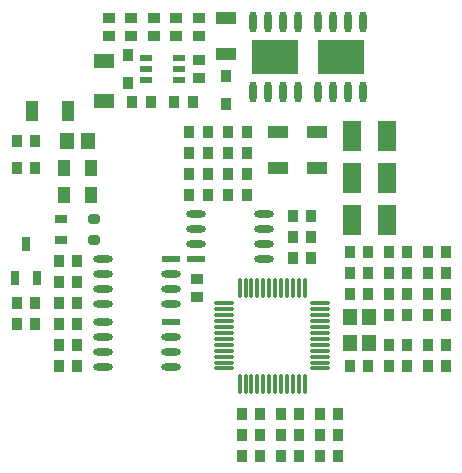
<source format=gbp>
G04*
G04 #@! TF.GenerationSoftware,Altium Limited,Altium Designer,20.0.2 (26)*
G04*
G04 Layer_Color=128*
%FSLAX25Y25*%
%MOIN*%
G70*
G01*
G75*
%ADD25R,0.06000X0.10000*%
%ADD52R,0.02559X0.04528*%
%ADD53O,0.07087X0.01181*%
%ADD54O,0.01181X0.07087*%
%ADD55R,0.07087X0.04449*%
%ADD56R,0.03661X0.03858*%
%ADD57R,0.15748X0.11810*%
%ADD58O,0.02362X0.07079*%
%ADD59R,0.03268X0.03937*%
%ADD60R,0.06500X0.05000*%
%ADD61R,0.03858X0.03661*%
%ADD62R,0.04331X0.02362*%
%ADD63R,0.04000X0.05500*%
%ADD64R,0.04449X0.07087*%
%ADD65O,0.06496X0.02362*%
%ADD66R,0.06496X0.02362*%
%ADD67R,0.03937X0.03150*%
G04:AMPARAMS|DCode=68|XSize=39.37mil|YSize=31.5mil|CornerRadius=0mil|HoleSize=0mil|Usage=FLASHONLY|Rotation=0.000|XOffset=0mil|YOffset=0mil|HoleType=Round|Shape=Octagon|*
%AMOCTAGOND68*
4,1,8,0.01968,-0.00787,0.01968,0.00787,0.01181,0.01575,-0.01181,0.01575,-0.01968,0.00787,-0.01968,-0.00787,-0.01181,-0.01575,0.01181,-0.01575,0.01968,-0.00787,0.0*
%
%ADD68OCTAGOND68*%

%ADD69R,0.04567X0.05787*%
%ADD70R,0.04528X0.05512*%
D25*
X136432Y86924D02*
D03*
X125015D02*
D03*
X136432Y100924D02*
D03*
X125015D02*
D03*
X136432Y114924D02*
D03*
X125015D02*
D03*
D52*
X16224Y79231D02*
D03*
X12483Y67616D02*
D03*
X19964D02*
D03*
D53*
X114169Y59250D02*
D03*
Y57282D02*
D03*
Y55313D02*
D03*
Y53345D02*
D03*
Y51376D02*
D03*
Y49408D02*
D03*
Y47439D02*
D03*
Y45471D02*
D03*
Y43502D02*
D03*
Y41534D02*
D03*
Y39565D02*
D03*
Y37597D02*
D03*
X82279D02*
D03*
Y39565D02*
D03*
Y41534D02*
D03*
Y43502D02*
D03*
Y45471D02*
D03*
Y47439D02*
D03*
Y49408D02*
D03*
Y51376D02*
D03*
Y53345D02*
D03*
Y55313D02*
D03*
Y57282D02*
D03*
Y59250D02*
D03*
D54*
X109050Y32479D02*
D03*
X107082D02*
D03*
X105113D02*
D03*
X103145D02*
D03*
X101176D02*
D03*
X99208D02*
D03*
X97239D02*
D03*
X95271D02*
D03*
X93302D02*
D03*
X91334D02*
D03*
X89365D02*
D03*
X87397D02*
D03*
Y64368D02*
D03*
X89365D02*
D03*
X91334D02*
D03*
X93302D02*
D03*
X95271D02*
D03*
X97239D02*
D03*
X99208D02*
D03*
X101176D02*
D03*
X103145D02*
D03*
X105113D02*
D03*
X107082D02*
D03*
X109050D02*
D03*
D55*
X100224Y116290D02*
D03*
Y104558D02*
D03*
X113224D02*
D03*
Y116290D02*
D03*
X82724Y154290D02*
D03*
Y142558D02*
D03*
D56*
X105192Y74424D02*
D03*
X111255D02*
D03*
X111255Y81424D02*
D03*
X105192D02*
D03*
Y88424D02*
D03*
X111255D02*
D03*
X89755Y116424D02*
D03*
X83692D02*
D03*
X156255Y69324D02*
D03*
X150192D02*
D03*
X124192Y38324D02*
D03*
X130255D02*
D03*
X150192D02*
D03*
X156255D02*
D03*
X137192D02*
D03*
X143255D02*
D03*
X124192Y69324D02*
D03*
X130255D02*
D03*
X143255D02*
D03*
X137192D02*
D03*
X83692Y109424D02*
D03*
X89755D02*
D03*
X76755Y95424D02*
D03*
X70692D02*
D03*
X71755Y126424D02*
D03*
X65692D02*
D03*
X51692D02*
D03*
X57755D02*
D03*
X27192Y52424D02*
D03*
X33255D02*
D03*
X27192Y66424D02*
D03*
X33255D02*
D03*
X150192Y45324D02*
D03*
X156255D02*
D03*
X19255Y113424D02*
D03*
X13192D02*
D03*
X130255Y76324D02*
D03*
X124192D02*
D03*
X143255D02*
D03*
X137192D02*
D03*
X150192D02*
D03*
X156255D02*
D03*
X137192Y45324D02*
D03*
X143255D02*
D03*
Y55324D02*
D03*
X137192D02*
D03*
Y62324D02*
D03*
X143255D02*
D03*
X33255Y38424D02*
D03*
X27192D02*
D03*
X13192Y52424D02*
D03*
X19255D02*
D03*
X13192Y104424D02*
D03*
X19255D02*
D03*
X13192Y59424D02*
D03*
X19255D02*
D03*
X76755Y116424D02*
D03*
X70692D02*
D03*
X89755Y102424D02*
D03*
X83692D02*
D03*
X70692Y109424D02*
D03*
X76755D02*
D03*
X83692Y95424D02*
D03*
X89755D02*
D03*
X70692Y102424D02*
D03*
X76755D02*
D03*
X120255Y8424D02*
D03*
X114192D02*
D03*
Y22424D02*
D03*
X120255D02*
D03*
X107255Y8424D02*
D03*
X101192D02*
D03*
X88192Y22424D02*
D03*
X94255D02*
D03*
X88192Y15424D02*
D03*
X94255D02*
D03*
X107255Y22424D02*
D03*
X101192D02*
D03*
X114192Y15424D02*
D03*
X120255D02*
D03*
X101192D02*
D03*
X107255D02*
D03*
X33255Y45424D02*
D03*
X27192D02*
D03*
X33255Y73424D02*
D03*
X27192D02*
D03*
X33255Y59424D02*
D03*
X27192D02*
D03*
X156255Y62324D02*
D03*
X150192D02*
D03*
X94255Y8424D02*
D03*
X88192D02*
D03*
X150192Y55324D02*
D03*
X156255D02*
D03*
X130255Y62324D02*
D03*
X124192D02*
D03*
D57*
X99224Y141424D02*
D03*
X121124D02*
D03*
D58*
X91724Y153124D02*
D03*
X96724D02*
D03*
X101724D02*
D03*
X106724D02*
D03*
X91724Y129724D02*
D03*
X96724D02*
D03*
X101724D02*
D03*
X106724D02*
D03*
X128624D02*
D03*
X123624D02*
D03*
X118624D02*
D03*
X113624D02*
D03*
X128624Y153124D02*
D03*
X123624D02*
D03*
X118624D02*
D03*
X113624D02*
D03*
D59*
X82724Y135069D02*
D03*
Y125778D02*
D03*
X50224Y132778D02*
D03*
Y142069D02*
D03*
D60*
X42224Y126674D02*
D03*
Y140174D02*
D03*
D61*
X73724Y140455D02*
D03*
Y134392D02*
D03*
Y148392D02*
D03*
Y154455D02*
D03*
X66224Y154455D02*
D03*
Y148392D02*
D03*
X58724Y148392D02*
D03*
Y154455D02*
D03*
X51224Y148392D02*
D03*
Y154455D02*
D03*
X43724Y148392D02*
D03*
Y154455D02*
D03*
X73224Y67455D02*
D03*
Y61392D02*
D03*
D62*
X56212Y133684D02*
D03*
Y137424D02*
D03*
Y141164D02*
D03*
X67235D02*
D03*
Y137424D02*
D03*
Y133684D02*
D03*
D63*
X37724Y104424D02*
D03*
X28724D02*
D03*
X37724Y95424D02*
D03*
X28724D02*
D03*
D64*
X30090Y123424D02*
D03*
X18358D02*
D03*
D65*
X41806Y58924D02*
D03*
Y63924D02*
D03*
Y68924D02*
D03*
Y73924D02*
D03*
X64641Y58924D02*
D03*
Y63924D02*
D03*
Y68924D02*
D03*
X41806Y37924D02*
D03*
Y42924D02*
D03*
Y47924D02*
D03*
Y52924D02*
D03*
X64641Y37924D02*
D03*
Y42924D02*
D03*
Y47924D02*
D03*
X95641Y88924D02*
D03*
Y83924D02*
D03*
Y78924D02*
D03*
Y73924D02*
D03*
X72806Y88924D02*
D03*
Y83924D02*
D03*
Y78924D02*
D03*
D66*
X64641Y73924D02*
D03*
Y52924D02*
D03*
X72806Y73924D02*
D03*
D67*
X27712Y80424D02*
D03*
Y87424D02*
D03*
D68*
X38735Y80424D02*
D03*
Y87424D02*
D03*
D69*
X36728Y113424D02*
D03*
X29720D02*
D03*
D70*
X124074Y54654D02*
D03*
X130373Y45993D02*
D03*
X124074D02*
D03*
X130373Y54654D02*
D03*
M02*

</source>
